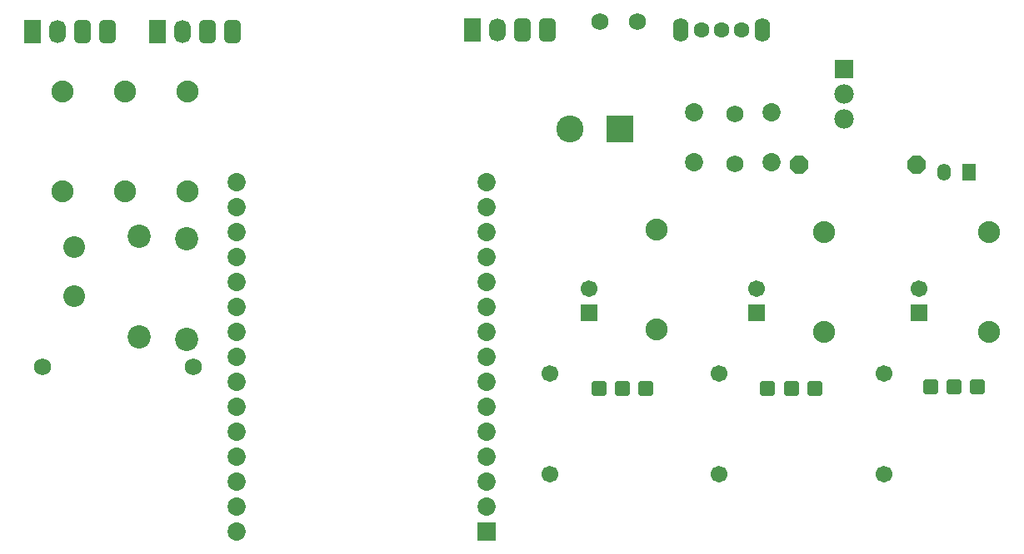
<source format=gts>
G04*
G04 #@! TF.GenerationSoftware,Altium Limited,CircuitMaker,2.0.3 (2.0.3.51)*
G04*
G04 Layer_Color=20142*
%FSLAX23Y23*%
%MOIN*%
G70*
G04*
G04 #@! TF.SameCoordinates,35AC13BF-EB10-43E2-832D-F6A8B62018A4*
G04*
G04*
G04 #@! TF.FilePolarity,Negative*
G04*
G01*
G75*
%ADD15O,0.053X0.068*%
%ADD16R,0.053X0.068*%
%ADD17C,0.093*%
%ADD18R,0.068X0.093*%
%ADD19O,0.068X0.093*%
G04:AMPARAMS|DCode=20|XSize=68mil|YSize=93mil|CornerRadius=19mil|HoleSize=0mil|Usage=FLASHONLY|Rotation=0.000|XOffset=0mil|YOffset=0mil|HoleType=Round|Shape=RoundedRectangle|*
%AMROUNDEDRECTD20*
21,1,0.068,0.055,0,0,0.0*
21,1,0.030,0.093,0,0,0.0*
1,1,0.038,0.015,-0.028*
1,1,0.038,-0.015,-0.028*
1,1,0.038,-0.015,0.028*
1,1,0.038,0.015,0.028*
%
%ADD20ROUNDEDRECTD20*%
%ADD21C,0.073*%
%ADD22R,0.073X0.073*%
%ADD23C,0.108*%
%ADD24R,0.108X0.108*%
%ADD25C,0.068*%
%ADD26O,0.063X0.095*%
%ADD27C,0.063*%
%ADD28C,0.087*%
%ADD29C,0.088*%
%ADD30C,0.067*%
%ADD31R,0.067X0.067*%
G04:AMPARAMS|DCode=32|XSize=63mil|YSize=63mil|CornerRadius=18mil|HoleSize=0mil|Usage=FLASHONLY|Rotation=180.000|XOffset=0mil|YOffset=0mil|HoleType=Round|Shape=RoundedRectangle|*
%AMROUNDEDRECTD32*
21,1,0.063,0.028,0,0,180.0*
21,1,0.028,0.063,0,0,180.0*
1,1,0.036,-0.014,0.014*
1,1,0.036,0.014,0.014*
1,1,0.036,0.014,-0.014*
1,1,0.036,-0.014,-0.014*
%
%ADD32ROUNDEDRECTD32*%
%ADD33R,0.078X0.078*%
%ADD34C,0.078*%
%ADD35P,0.077X8X202.5*%
D15*
X4735Y4290D02*
D03*
D16*
X4835Y4290D02*
D03*
D17*
X1705Y4025D02*
D03*
X1705Y3620D02*
D03*
X1515Y3630D02*
D03*
X1515Y4035D02*
D03*
D18*
X1090Y4855D02*
D03*
X1590Y4855D02*
D03*
X2850Y4860D02*
D03*
D19*
X1190Y4855D02*
D03*
X1690Y4855D02*
D03*
X2950Y4860D02*
D03*
D20*
X1290Y4855D02*
D03*
X1390Y4855D02*
D03*
X1790Y4855D02*
D03*
X1890Y4855D02*
D03*
X3050Y4860D02*
D03*
X3150Y4860D02*
D03*
D21*
X2905Y3150D02*
D03*
X2905Y3050D02*
D03*
X2905Y2950D02*
D03*
X2905Y3250D02*
D03*
X2905Y3350D02*
D03*
X2905Y3450D02*
D03*
X2905Y4050D02*
D03*
X2905Y3950D02*
D03*
X2905Y3850D02*
D03*
X2905Y3550D02*
D03*
X2905Y3650D02*
D03*
X2905Y3750D02*
D03*
X2905Y4250D02*
D03*
X2905Y4150D02*
D03*
X1905Y3150D02*
D03*
X1905Y3050D02*
D03*
X1905Y2850D02*
D03*
X1905Y2950D02*
D03*
X1905Y3250D02*
D03*
X1905Y3350D02*
D03*
X1905Y3450D02*
D03*
X1905Y4050D02*
D03*
X1905Y3950D02*
D03*
X1905Y3850D02*
D03*
X1905Y3550D02*
D03*
X1905Y3650D02*
D03*
X1905Y3750D02*
D03*
X1905Y4250D02*
D03*
X1905Y4150D02*
D03*
X4045Y4530D02*
D03*
X4045Y4330D02*
D03*
X3735Y4330D02*
D03*
X3735Y4530D02*
D03*
D22*
X2905Y2850D02*
D03*
D23*
X3240Y4465D02*
D03*
D24*
X3437Y4465D02*
D03*
D25*
X3360Y4895D02*
D03*
X3510Y4895D02*
D03*
X1733Y3510D02*
D03*
X1127Y3510D02*
D03*
X3900Y4325D02*
D03*
X3900Y4525D02*
D03*
D26*
X3683Y4860D02*
D03*
X4007Y4860D02*
D03*
D27*
X3765Y4860D02*
D03*
X3845Y4860D02*
D03*
X3925Y4860D02*
D03*
D28*
X1255Y3795D02*
D03*
X1255Y3992D02*
D03*
D29*
X1460Y4215D02*
D03*
X1460Y4615D02*
D03*
X1710Y4215D02*
D03*
X1710Y4615D02*
D03*
X4915Y4050D02*
D03*
X4915Y3650D02*
D03*
X4255Y4050D02*
D03*
X4255Y3650D02*
D03*
X3585Y4060D02*
D03*
X3585Y3660D02*
D03*
X1210Y4215D02*
D03*
X1210Y4615D02*
D03*
D30*
X3985Y3825D02*
D03*
X4635Y3825D02*
D03*
X3315Y3825D02*
D03*
X4495Y3079D02*
D03*
X4495Y3485D02*
D03*
X3835Y3079D02*
D03*
X3835Y3485D02*
D03*
X3160Y3079D02*
D03*
X3160Y3485D02*
D03*
D31*
X3985Y3727D02*
D03*
X4635Y3727D02*
D03*
X3315Y3727D02*
D03*
D32*
X4869Y3430D02*
D03*
X4775Y3430D02*
D03*
X4681Y3430D02*
D03*
X4218Y3425D02*
D03*
X4124Y3425D02*
D03*
X4030Y3425D02*
D03*
X3543Y3425D02*
D03*
X3449Y3425D02*
D03*
X3355Y3425D02*
D03*
D33*
X4335Y4705D02*
D03*
D34*
X4335Y4605D02*
D03*
X4335Y4505D02*
D03*
D35*
X4625Y4320D02*
D03*
X4155Y4320D02*
D03*
M02*

</source>
